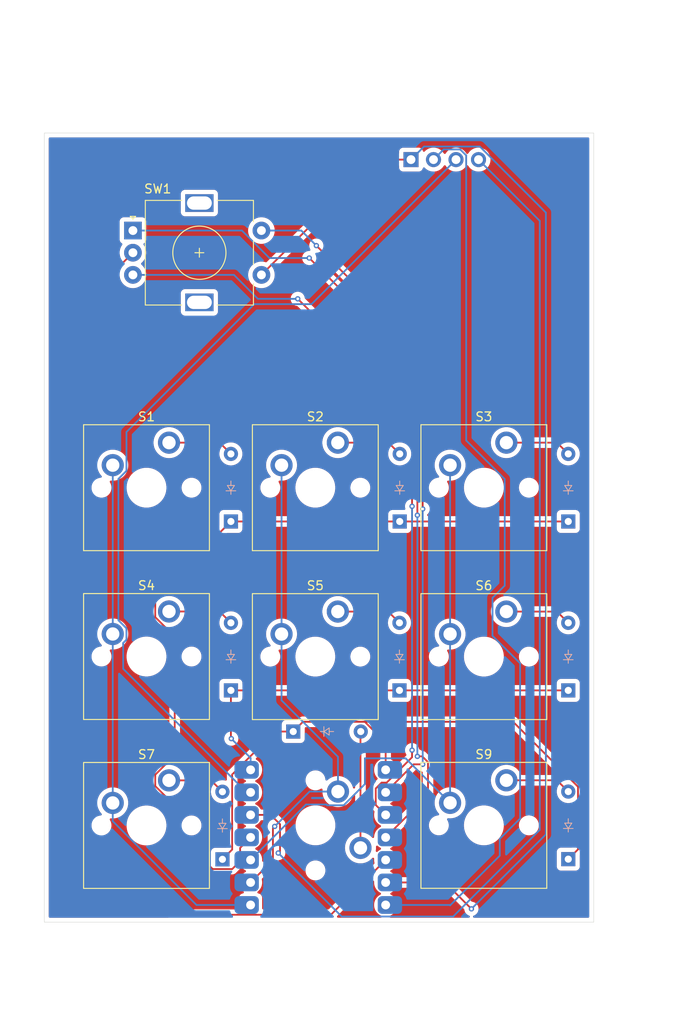
<source format=kicad_pcb>
(kicad_pcb (version 20241229) (generator "pcbnew") (generator_version "9.0")
  (layers (0 "F.Cu" signal) (2 "B.Cu" signal) (13 "F.Paste" user) (15 "B.Paste" user) (5 "F.SilkS" user "F.Silkscreen") (7 "B.SilkS" user "B.Silkscreen") (1 "F.Mask" user) (3 "B.Mask" user) (25 "Edge.Cuts" user))
  (net 0 "")
  (net 1 "ROW 0")
  (net 2 "Net-(D1-A)")
  (net 3 "Net-(D2-A)")
  (net 4 "Net-(D3-A)")
  (net 5 "Net-(D4-A)")
  (net 6 "ROW 1")
  (net 7 "Net-(D5-A)")
  (net 8 "Net-(D6-A)")
  (net 9 "Net-(D7-A)")
  (net 10 "ROW 2")
  (net 11 "Net-(D8-A)")
  (net 12 "Net-(D9-A)")
  (net 13 "COLUMN 0")
  (net 14 "COLUMN 1")
  (net 15 "COLUMN 2")
  (net 16 "SCL")
  (net 17 "GROUND")
  (net 18 "5V")
  (net 19 "SDA")
  (net 20 "RTRY B")
  (net 21 "RTRY SWITCH")
  (net 22 "RTRY A")
  (net 23 "3.3V")
  (footprint "ScottoKeebs_MX:MX_PCB_1.00u" (layer "F.Cu") (at 49.5325 150.09)
    (property "Reference" "S7" (at 0 -8 0) (layer "F.SilkS"))
    (property "Value" "Keyswitch")
    (fp_line (start -7.1 -7.1) (end -7.1 7.1) (stroke (width 0.12)) (layer "F.SilkS"))
    (fp_line (start -7.1 7.1) (end 7.1 7.1) (stroke (width 0.12)) (layer "F.SilkS"))
    (fp_line (start 7.1 -7.1) (end -7.1 -7.1) (stroke (width 0.12)) (layer "F.SilkS"))
    (fp_line (start 7.1 7.1) (end 7.1 -7.1) (stroke (width 0.12)) (layer "F.SilkS"))
    (pad "" np_thru_hole circle (at -5.08 0) (size 1.75 1.75) (drill 1.75) (layers "*.Cu" "*.Mask"))
    (pad "" np_thru_hole circle (at 0 0) (size 4 4) (drill 4) (layers "*.Cu" "*.Mask"))
    (pad "" np_thru_hole circle (at 5.08 0) (size 1.75 1.75) (drill 1.75) (layers "*.Cu" "*.Mask"))
    (pad "1" thru_hole circle (at -3.81 -2.54) (size 2.5 2.5) (drill 1.5) (layers "*.Cu" "*.Mask") (net 13 "COLUMN 0"))
    (pad "2" thru_hole circle (at 2.54 -5.08) (size 2.5 2.5) (drill 1.5) (layers "*.Cu" "*.Mask") (net 9 "Net-(D7-A)"))
  )
  (footprint "ScottoKeebs_MX:MX_PCB_1.00u" (layer "F.Cu") (at 87.6025 131.05)
    (property "Reference" "S6" (at 0 -8 0) (layer "F.SilkS"))
    (property "Value" "Keyswitch")
    (fp_line (start -7.1 -7.1) (end -7.1 7.1) (stroke (width 0.12)) (layer "F.SilkS"))
    (fp_line (start -7.1 7.1) (end 7.1 7.1) (stroke (width 0.12)) (layer "F.SilkS"))
    (fp_line (start 7.1 -7.1) (end -7.1 -7.1) (stroke (width 0.12)) (layer "F.SilkS"))
    (fp_line (start 7.1 7.1) (end 7.1 -7.1) (stroke (width 0.12)) (layer "F.SilkS"))
    (pad "" np_thru_hole circle (at -5.08 0) (size 1.75 1.75) (drill 1.75) (layers "*.Cu" "*.Mask"))
    (pad "" np_thru_hole circle (at 0 0) (size 4 4) (drill 4) (layers "*.Cu" "*.Mask"))
    (pad "" np_thru_hole circle (at 5.08 0) (size 1.75 1.75) (drill 1.75) (layers "*.Cu" "*.Mask"))
    (pad "1" thru_hole circle (at -3.81 -2.54) (size 2.5 2.5) (drill 1.5) (layers "*.Cu" "*.Mask") (net 15 "COLUMN 2"))
    (pad "2" thru_hole circle (at 2.54 -5.08) (size 2.5 2.5) (drill 1.5) (layers "*.Cu" "*.Mask") (net 8 "Net-(D6-A)"))
  )
  (footprint "Rotary_Encoder:RotaryEncoder_Alps_EC11E-Switch_Vertical_H20mm" (layer "F.Cu") (at 48 83)
    (property "Reference" "SW1" (at 2.8 -4.7 0) (layer "F.SilkS"))
    (property "Value" "RotaryEncoder_Switch")
    (fp_line (start -0.3 -1.6) (end 0.3 -1.6) (stroke (width 0.12)) (layer "F.SilkS"))
    (fp_line (start 0 -1.3) (end -0.3 -1.6) (stroke (width 0.12)) (layer "F.SilkS"))
    (fp_line (start 0.3 -1.6) (end 0 -1.3) (stroke (width 0.12)) (layer "F.SilkS"))
    (fp_line (start 1.4 -3.4) (end 1.4 8.4) (stroke (width 0.12)) (layer "F.SilkS"))
    (fp_line (start 5.5 -3.4) (end 1.4 -3.4) (stroke (width 0.12)) (layer "F.SilkS"))
    (fp_line (start 5.5 8.4) (end 1.4 8.4) (stroke (width 0.12)) (layer "F.SilkS"))
    (fp_line (start 7 2.5) (end 8 2.5) (stroke (width 0.12)) (layer "F.SilkS"))
    (fp_line (start 7.5 2) (end 7.5 3) (stroke (width 0.12)) (layer "F.SilkS"))
    (fp_line (start 9.5 -3.4) (end 13.6 -3.4) (stroke (width 0.12)) (layer "F.SilkS"))
    (fp_line (start 13.6 -3.4) (end 13.6 -1) (stroke (width 0.12)) (layer "F.SilkS"))
    (fp_line (start 13.6 1.2) (end 13.6 3.8) (stroke (width 0.12)) (layer "F.SilkS"))
    (fp_line (start 13.6 6) (end 13.6 8.4) (stroke (width 0.12)) (layer "F.SilkS"))
    (fp_line (start 13.6 8.4) (end 9.5 8.4) (stroke (width 0.12)) (layer "F.SilkS"))
    (fp_circle (center 7.5 2.5) (end 10.5 2.5) (stroke (width 0.12)) (fill no) (layer "F.SilkS"))
    (pad "A" thru_hole rect (at 0 0) (size 2 2) (drill 1) (layers "*.Cu" "*.Mask") (net 22 "RTRY A"))
    (pad "B" thru_hole circle (at 0 5) (size 2 2) (drill 1) (layers "*.Cu" "*.Mask") (net 20 "RTRY B"))
    (pad "C" thru_hole circle (at 0 2.5) (size 2 2) (drill 1) (layers "*.Cu" "*.Mask") (net 17 "GROUND"))
    (pad "MP" thru_hole rect (at 7.5 -3.1) (size 3.2 2) (drill oval 2.8 1.5) (layers "*.Cu" "*.Mask"))
    (pad "MP" thru_hole rect (at 7.5 8.1) (size 3.2 2) (drill oval 2.8 1.5) (layers "*.Cu" "*.Mask"))
    (pad "S1" thru_hole circle (at 14.5 5) (size 2 2) (drill 1) (layers "*.Cu" "*.Mask") (net 17 "GROUND"))
    (pad "S2" thru_hole circle (at 14.5 0) (size 2 2) (drill 1) (layers "*.Cu" "*.Mask") (net 21 "RTRY SWITCH"))
  )
  (footprint "ScottoKeebs_MX:MX_PCB_1.00u" (layer "F.Cu") (at 68.5825 112)
    (property "Reference" "S2" (at 0 -8 0) (layer "F.SilkS"))
    (property "Value" "Keyswitch")
    (fp_line (start -7.1 -7.1) (end -7.1 7.1) (stroke (width 0.12)) (layer "F.SilkS"))
    (fp_line (start -7.1 7.1) (end 7.1 7.1) (stroke (width 0.12)) (layer "F.SilkS"))
    (fp_line (start 7.1 -7.1) (end -7.1 -7.1) (stroke (width 0.12)) (layer "F.SilkS"))
    (fp_line (start 7.1 7.1) (end 7.1 -7.1) (stroke (width 0.12)) (layer "F.SilkS"))
    (pad "" np_thru_hole circle (at -5.08 0) (size 1.75 1.75) (drill 1.75) (layers "*.Cu" "*.Mask"))
    (pad "" np_thru_hole circle (at 0 0) (size 4 4) (drill 4) (layers "*.Cu" "*.Mask"))
    (pad "" np_thru_hole circle (at 5.08 0) (size 1.75 1.75) (drill 1.75) (layers "*.Cu" "*.Mask"))
    (pad "1" thru_hole circle (at -3.81 -2.54) (size 2.5 2.5) (drill 1.5) (layers "*.Cu" "*.Mask") (net 14 "COLUMN 1"))
    (pad "2" thru_hole circle (at 2.54 -5.08) (size 2.5 2.5) (drill 1.5) (layers "*.Cu" "*.Mask") (net 3 "Net-(D2-A)"))
  )
  (footprint "ScottoKeebs_MX:MX_PCB_1.00u" (layer "F.Cu") (at 68.6 150.08 -90)
    (property "Reference" "S8" (hide yes))
    (property "Value" "Keyswitch")
    (pad "" np_thru_hole circle (at -5.08 0 270) (size 1.75 1.75) (drill 1.75) (layers "*.Cu" "*.Mask"))
    (pad "" np_thru_hole circle (at 0 0 270) (size 4 4) (drill 4) (layers "*.Cu" "*.Mask"))
    (pad "" np_thru_hole circle (at 5.08 0 270) (size 1.75 1.75) (drill 1.75) (layers "*.Cu" "*.Mask"))
    (pad "1" thru_hole circle (at -3.81 -2.54 270) (size 2.5 2.5) (drill 1.5) (layers "*.Cu" "*.Mask") (net 14 "COLUMN 1"))
    (pad "2" thru_hole circle (at 2.54 -5.08 270) (size 2.5 2.5) (drill 1.5) (layers "*.Cu" "*.Mask") (net 11 "Net-(D8-A)"))
  )
  (footprint "ScottoKeebs_MX:MX_PCB_1.00u" (layer "F.Cu") (at 68.5825 131.05)
    (property "Reference" "S5" (at 0 -8 0) (layer "F.SilkS"))
    (property "Value" "Keyswitch")
    (fp_line (start -7.1 -7.1) (end -7.1 7.1) (stroke (width 0.12)) (layer "F.SilkS"))
    (fp_line (start -7.1 7.1) (end 7.1 7.1) (stroke (width 0.12)) (layer "F.SilkS"))
    (fp_line (start 7.1 -7.1) (end -7.1 -7.1) (stroke (width 0.12)) (layer "F.SilkS"))
    (fp_line (start 7.1 7.1) (end 7.1 -7.1) (stroke (width 0.12)) (layer "F.SilkS"))
    (pad "" np_thru_hole circle (at -5.08 0) (size 1.75 1.75) (drill 1.75) (layers "*.Cu" "*.Mask"))
    (pad "" np_thru_hole circle (at 0 0) (size 4 4) (drill 4) (layers "*.Cu" "*.Mask"))
    (pad "" np_thru_hole circle (at 5.08 0) (size 1.75 1.75) (drill 1.75) (layers "*.Cu" "*.Mask"))
    (pad "1" thru_hole circle (at -3.81 -2.54) (size 2.5 2.5) (drill 1.5) (layers "*.Cu" "*.Mask") (net 14 "COLUMN 1"))
    (pad "2" thru_hole circle (at 2.54 -5.08) (size 2.5 2.5) (drill 1.5) (layers "*.Cu" "*.Mask") (net 7 "Net-(D5-A)"))
  )
  (footprint "ScottoKeebs_MX:MX_PCB_1.00u" (layer "F.Cu") (at 87.6025 150.08)
    (property "Reference" "S9" (at 0 -8 0) (layer "F.SilkS"))
    (property "Value" "Keyswitch")
    (fp_line (start -7.1 -7.1) (end -7.1 7.1) (stroke (width 0.12)) (layer "F.SilkS"))
    (fp_line (start -7.1 7.1) (end 7.1 7.1) (stroke (width 0.12)) (layer "F.SilkS"))
    (fp_line (start 7.1 -7.1) (end -7.1 -7.1) (stroke (width 0.12)) (layer "F.SilkS"))
    (fp_line (start 7.1 7.1) (end 7.1 -7.1) (stroke (width 0.12)) (layer "F.SilkS"))
    (pad "" np_thru_hole circle (at -5.08 0) (size 1.75 1.75) (drill 1.75) (layers "*.Cu" "*.Mask"))
    (pad "" np_thru_hole circle (at 0 0) (size 4 4) (drill 4) (layers "*.Cu" "*.Mask"))
    (pad "" np_thru_hole circle (at 5.08 0) (size 1.75 1.75) (drill 1.75) (layers "*.Cu" "*.Mask"))
    (pad "1" thru_hole circle (at -3.81 -2.54) (size 2.5 2.5) (drill 1.5) (layers "*.Cu" "*.Mask") (net 15 "COLUMN 2"))
    (pad "2" thru_hole circle (at 2.54 -5.08) (size 2.5 2.5) (drill 1.5) (layers "*.Cu" "*.Mask") (net 12 "Net-(D9-A)"))
  )
  (footprint "ScottoKeebs_MX:MX_PCB_1.00u" (layer "F.Cu") (at 49.5325 112)
    (property "Reference" "S1" (at 0 -8 0) (layer "F.SilkS"))
    (property "Value" "Keyswitch")
    (fp_line (start -7.1 -7.1) (end -7.1 7.1) (stroke (width 0.12)) (layer "F.SilkS"))
    (fp_line (start -7.1 7.1) (end 7.1 7.1) (stroke (width 0.12)) (layer "F.SilkS"))
    (fp_line (start 7.1 -7.1) (end -7.1 -7.1) (stroke (width 0.12)) (layer "F.SilkS"))
    (fp_line (start 7.1 7.1) (end 7.1 -7.1) (stroke (width 0.12)) (layer "F.SilkS"))
    (pad "" np_thru_hole circle (at -5.08 0) (size 1.75 1.75) (drill 1.75) (layers "*.Cu" "*.Mask"))
    (pad "" np_thru_hole circle (at 0 0) (size 4 4) (drill 4) (layers "*.Cu" "*.Mask"))
    (pad "" np_thru_hole circle (at 5.08 0) (size 1.75 1.75) (drill 1.75) (layers "*.Cu" "*.Mask"))
    (pad "1" thru_hole circle (at -3.81 -2.54) (size 2.5 2.5) (drill 1.5) (layers "*.Cu" "*.Mask") (net 13 "COLUMN 0"))
    (pad "2" thru_hole circle (at 2.54 -5.08) (size 2.5 2.5) (drill 1.5) (layers "*.Cu" "*.Mask") (net 2 "Net-(D1-A)"))
  )
  (footprint "ScottoKeebs_MX:MX_PCB_1.00u" (layer "F.Cu") (at 87.6025 112)
    (property "Reference" "S3" (at 0 -8 0) (layer "F.SilkS"))
    (property "Value" "Keyswitch")
    (fp_line (start -7.1 -7.1) (end -7.1 7.1) (stroke (width 0.12)) (layer "F.SilkS"))
    (fp_line (start -7.1 7.1) (end 7.1 7.1) (stroke (width 0.12)) (layer "F.SilkS"))
    (fp_line (start 7.1 -7.1) (end -7.1 -7.1) (stroke (width 0.12)) (layer "F.SilkS"))
    (fp_line (start 7.1 7.1) (end 7.1 -7.1) (stroke (width 0.12)) (layer "F.SilkS"))
    (pad "" np_thru_hole circle (at -5.08 0) (size 1.75 1.75) (drill 1.75) (layers "*.Cu" "*.Mask"))
    (pad "" np_thru_hole circle (at 0 0) (size 4 4) (drill 4) (layers "*.Cu" "*.Mask"))
    (pad "" np_thru_hole circle (at 5.08 0) (size 1.75 1.75) (drill 1.75) (layers "*.Cu" "*.Mask"))
    (pad "1" thru_hole circle (at -3.81 -2.54) (size 2.5 2.5) (drill 1.5) (layers "*.Cu" "*.Mask") (net 15 "COLUMN 2"))
    (pad "2" thru_hole circle (at 2.54 -5.08) (size 2.5 2.5) (drill 1.5) (layers "*.Cu" "*.Mask") (net 4 "Net-(D3-A)"))
  )
  (footprint "ScottoKeebs_Components:OLED_128x64" (layer "F.Cu") (at 83.19 75)
    (property "Reference" "J1" (hide yes))
    (property "Value" "OLED_128x64")
    (pad "1" thru_hole rect (at -3.81 0 90) (size 1.7 1.7) (drill 1) (layers "*.Cu" "*.Mask") (net 17 "GROUND"))
    (pad "2" thru_hole oval (at -1.27 0 90) (size 1.7 1.7) (drill 1) (layers "*.Cu" "*.Mask") (net 18 "5V"))
    (pad "3" thru_hole oval (at 1.27 0 90) (size 1.7 1.7) (drill 1) (layers "*.Cu" "*.Mask") (net 16 "SCL"))
    (pad "4" thru_hole oval (at 3.81 0 90) (size 1.7 1.7) (drill 1) (layers "*.Cu" "*.Mask") (net 19 "SDA"))
  )
  (footprint "ScottoKeebs_MX:MX_PCB_1.00u" (layer "F.Cu") (at 49.5325 131.04)
    (property "Reference" "S4" (at 0 -8 0) (layer "F.SilkS"))
    (property "Value" "Keyswitch")
    (fp_line (start -7.1 -7.1) (end -7.1 7.1) (stroke (width 0.12)) (layer "F.SilkS"))
    (fp_line (start -7.1 7.1) (end 7.1 7.1) (stroke (width 0.12)) (layer "F.SilkS"))
    (fp_line (start 7.1 -7.1) (end -7.1 -7.1) (stroke (width 0.12)) (layer "F.SilkS"))
    (fp_line (start 7.1 7.1) (end 7.1 -7.1) (stroke (width 0.12)) (layer "F.SilkS"))
    (pad "" np_thru_hole circle (at -5.08 0) (size 1.75 1.75) (drill 1.75) (layers "*.Cu" "*.Mask"))
    (pad "" np_thru_hole circle (at 0 0) (size 4 4) (drill 4) (layers "*.Cu" "*.Mask"))
    (pad "" np_thru_hole circle (at 5.08 0) (size 1.75 1.75) (drill 1.75) (layers "*.Cu" "*.Mask"))
    (pad "1" thru_hole circle (at -3.81 -2.54) (size 2.5 2.5) (drill 1.5) (layers "*.Cu" "*.Mask") (net 13 "COLUMN 0"))
    (pad "2" thru_hole circle (at 2.54 -5.08) (size 2.5 2.5) (drill 1.5) (layers "*.Cu" "*.Mask") (net 5 "Net-(D4-A)"))
  )
  (footprint "ScottoKeebs_Components:Diode_DO-35" (layer "B.Cu") (at 97.1275 115.81 90)
    (property "Reference" "D3" (hide yes))
    (property "Value" "Diode" (hide yes))
    (fp_line (start 3.46 -0.55) (end 3.46 0.55) (stroke (width 0.1)) (layer "B.SilkS"))
    (fp_line (start 4.06 -0.4) (end 4.06 0.4) (stroke (width 0.1)) (layer "B.SilkS"))
    (fp_line (start 4.56 0) (end 4.06 0) (stroke (width 0.1)) (layer "B.SilkS"))
    (fp_line (start 3.46 0) (end 4.06 -0.4) (stroke (width 0.1)) (layer "B.SilkS"))
    (fp_line (start 3.46 0) (end 3.06 0) (stroke (width 0.1)) (layer "B.SilkS"))
    (fp_line (start 4.06 0.4) (end 3.46 0) (stroke (width 0.1)) (layer "B.SilkS"))
    (pad "1" thru_hole rect (at 0 0 90) (size 1.6 1.6) (drill 0.8) (layers "*.Cu" "*.Mask") (net 1 "ROW 0"))
    (pad "2" thru_hole oval (at 7.62 0 90) (size 1.6 1.6) (drill 0.8) (layers "*.Cu" "*.Mask") (net 4 "Net-(D3-A)"))
  )
  (footprint "ScottoKeebs_Components:Diode_DO-35" (layer "B.Cu") (at 66.09 139.5)
    (property "Reference" "D8" (hide yes))
    (property "Value" "Diode" (hide yes))
    (fp_line (start 3.46 -0.55) (end 3.46 0.55) (stroke (width 0.1)) (layer "B.SilkS"))
    (fp_line (start 3.46 0) (end 3.06 0) (stroke (width 0.1)) (layer "B.SilkS"))
    (fp_line (start 3.46 0) (end 4.06 -0.4) (stroke (width 0.1)) (layer "B.SilkS"))
    (fp_line (start 4.06 -0.4) (end 4.06 0.4) (stroke (width 0.1)) (layer "B.SilkS"))
    (fp_line (start 4.06 0.4) (end 3.46 0) (stroke (width 0.1)) (layer "B.SilkS"))
    (fp_line (start 4.56 0) (end 4.06 0) (stroke (width 0.1)) (layer "B.SilkS"))
    (pad "1" thru_hole rect (at 0 0) (size 1.6 1.6) (drill 0.8) (layers "*.Cu" "*.Mask") (net 10 "ROW 2"))
    (pad "2" thru_hole oval (at 7.62 0) (size 1.6 1.6) (drill 0.8) (layers "*.Cu" "*.Mask") (net 11 "Net-(D8-A)"))
  )
  (footprint "ScottoKeebs_Components:Diode_DO-35" (layer "B.Cu") (at 97.1275 153.89 90)
    (property "Reference" "D9" (hide yes))
    (property "Value" "Diode" (hide yes))
    (fp_line (start 3.46 -0.55) (end 3.46 0.55) (stroke (width 0.1)) (layer "B.SilkS"))
    (fp_line (start 4.06 -0.4) (end 4.06 0.4) (stroke (width 0.1)) (layer "B.SilkS"))
    (fp_line (start 4.56 0) (end 4.06 0) (stroke (width 0.1)) (layer "B.SilkS"))
    (fp_line (start 3.46 0) (end 4.06 -0.4) (stroke (width 0.1)) (layer "B.SilkS"))
    (fp_line (start 3.46 0) (end 3.06 0) (stroke (width 0.1)) (layer "B.SilkS"))
    (fp_line (start 4.06 0.4) (end 3.46 0) (stroke (width 0.1)) (layer "B.SilkS"))
    (pad "1" thru_hole rect (at 0 0 90) (size 1.6 1.6) (drill 0.8) (layers "*.Cu" "*.Mask") (net 10 "ROW 2"))
    (pad "2" thru_hole oval (at 7.62 0 90) (size 1.6 1.6) (drill 0.8) (layers "*.Cu" "*.Mask") (net 12 "Net-(D9-A)"))
  )
  (footprint "ScottoKeebs_Components:Diode_DO-35" (layer "B.Cu") (at 58.1 153.91 90)
    (property "Reference" "D7" (hide yes))
    (property "Value" "Diode" (hide yes))
    (fp_line (start 3.46 -0.55) (end 3.46 0.55) (stroke (width 0.1)) (layer "B.SilkS"))
    (fp_line (start 4.06 -0.4) (end 4.06 0.4) (stroke (width 0.1)) (layer "B.SilkS"))
    (fp_line (start 4.56 0) (end 4.06 0) (stroke (width 0.1)) (layer "B.SilkS"))
    (fp_line (start 3.46 0) (end 4.06 -0.4) (stroke (width 0.1)) (layer "B.SilkS"))
    (fp_line (start 3.46 0) (end 3.06 0) (stroke (width 0.1)) (layer "B.SilkS"))
    (fp_line (start 4.06 0.4) (end 3.46 0) (stroke (width 0.1)) (layer "B.SilkS"))
    (pad "1" thru_hole rect (at 0 0 90) (size 1.6 1.6) (drill 0.8) (layers "*.Cu" "*.Mask") (net 10 "ROW 2"))
    (pad "2" thru_hole oval (at 7.62 0 90) (size 1.6 1.6) (drill 0.8) (layers "*.Cu" "*.Mask") (net 9 "Net-(D7-A)"))
  )
  (footprint "ScottoKeebs_Components:Diode_DO-35" (layer "B.Cu") (at 59.0575 115.81 90)
    (property "Reference" "D1" (hide yes))
    (property "Value" "Diode" (hide yes))
    (fp_line (start 3.46 -0.55) (end 3.46 0.55) (stroke (width 0.1)) (layer "B.SilkS"))
    (fp_line (start 4.06 -0.4) (end 4.06 0.4) (stroke (width 0.1)) (layer "B.SilkS"))
    (fp_line (start 4.56 0) (end 4.06 0) (stroke (width 0.1)) (layer "B.SilkS"))
    (fp_line (start 3.46 0) (end 4.06 -0.4) (stroke (width 0.1)) (layer "B.SilkS"))
    (fp_line (start 3.46 0) (end 3.06 0) (stroke (width 0.1)) (layer "B.SilkS"))
    (fp_line (start 4.06 0.4) (end 3.46 0) (stroke (width 0.1)) (layer "B.SilkS"))
    (pad "1" thru_hole rect (at 0 0 90) (size 1.6 1.6) (drill 0.8) (layers "*.Cu" "*.Mask") (net 1 "ROW 0"))
    (pad "2" thru_hole oval (at 7.62 0 90) (size 1.6 1.6) (drill 0.8) (layers "*.Cu" "*.Mask") (net 2 "Net-(D1-A)"))
  )
  (footprint "ScottoKeebs_MCU:Seeed_XIAO_RP2040" (layer "B.Cu") (at 68.9 151.44)
    (property "Reference" "U1" (hide yes))
    (property "Value" "MCU_Seeed_XIAO_RP2040")
    (pad "1" smd roundrect (at -8.065 7.62) (size 2.75 2) (layers "B.Cu" "B.Mask" "B.Paste") (net 13 "COLUMN 0"))
    (pad "1" thru_hole rect (at -7.62 7.62 270) (size 1.6 1.6) (drill 1) (layers "*.Cu" "*.Mask") (net 13 "COLUMN 0"))
    (pad "2" smd roundrect (at -8.065 5.08) (size 2.75 2) (layers "B.Cu" "B.Mask" "B.Paste") (net 14 "COLUMN 1"))
    (pad "2" thru_hole circle (at -7.62 5.08 270) (size 1.6 1.6) (drill 1) (layers "*.Cu" "*.Mask") (net 14 "COLUMN 1"))
    (pad "3" smd roundrect (at -8.065 2.54) (size 2.75 2) (layers "B.Cu" "B.Mask" "B.Paste") (net 15 "COLUMN 2"))
    (pad "3" thru_hole circle (at -7.62 2.54 270) (size 1.6 1.6) (drill 1) (layers "*.Cu" "*.Mask") (net 15 "COLUMN 2"))
    (pad "4" smd roundrect (at -8.065 0) (size 2.75 2) (layers "B.Cu" "B.Mask" "B.Paste") (net 1 "ROW 0"))
    (pad "4" thru_hole circle (at -7.62 0 270) (size 1.6 1.6) (drill 1) (layers "*.Cu" "*.Mask") (net 1 "ROW 0"))
    (pad "5" smd roundrect (at -8.065 -2.54) (size 2.75 2) (layers "B.Cu" "B.Mask" "B.Paste") (net 19 "SDA"))
    (pad "5" thru_hole circle (at -7.62 -2.54 270) (size 1.6 1.6) (drill 1) (layers "*.Cu" "*.Mask") (net 19 "SDA"))
    (pad "6" smd roundrect (at -8.065 -5.08) (size 2.75 2) (layers "B.Cu" "B.Mask" "B.Paste") (net 16 "SCL"))
    (pad "6" thru_hole circle (at -7.62 -5.08 270) (size 1.6 1.6) (drill 1) (layers "*.Cu" "*.Mask") (net 16 "SCL"))
    (pad "7" smd roundrect (at -8.065 -7.62) (size 2.75 2) (layers "B.Cu" "B.Mask" "B.Paste") (net 6 "ROW 1"))
    (pad "7" thru_hole circle (at -7.62 -7.62 270) (size 1.6 1.6) (drill 1) (layers "*.Cu" "*.Mask") (net 6 "ROW 1"))
    (pad "8" thru_hole circle (at 7.62 -7.62 270) (size 1.6 1.6) (drill 1) (layers "*.Cu" "*.Mask") (net 10 "ROW 2"))
    (pad "8" smd roundrect (at 8.1 -7.62) (size 2.75 2) (layers "B.Cu" "B.Mask" "B.Paste") (net 10 "ROW 2"))
    (pad "9" thru_hole circle (at 7.62 -5.08 270) (size 1.6 1.6) (drill 1) (layers "*.Cu" "*.Mask") (net 21 "RTRY SWITCH"))
    (pad "9" smd roundrect (at 8.1 -5.08) (size 2.75 2) (layers "B.Cu" "B.Mask" "B.Paste") (net 21 "RTRY SWITCH"))
    (pad "10" thru_hole circle (at 7.62 -2.54 270) (size 1.6 1.6) (drill 1) (layers "*.Cu" "*.Mask") (net 20 "RTRY B"))
    (pad "10" smd roundrect (at 8.1 -2.54) (size 2.75 2) (layers "B.Cu" "B.Mask" "B.Paste") (net 20 "RTRY B"))
    (pad "11" thru_hole circle (at 7.62 0 270) (size 1.6 1.6) (drill 1) (layers "*.Cu" "*.Mask") (net 22 "RTRY A"))
    (pad "11" smd roundrect (at 8.1 0) (size 2.75 2) (layers "B.Cu" "B.Mask" "B.Paste") (net 22 "RTRY A"))
    (pad "12" thru_hole circle (at 7.62 2.54 270) (size 1.6 1.6) (drill 1) (layers "*.Cu" "*.Mask") (net 23 "3.3V"))
    (pad "12" smd roundrect (at 8.1 2.54) (size 2.75 2) (layers "B.Cu" "B.Mask" "B.Paste") (net 23 "3.3V"))
    (pad "13" thru_hole circle (at 7.62 5.08 270) (size 1.6 1.6) (drill 1) (layers "*.Cu" "*.Mask") (net 17 "GROUND"))
    (pad "13" smd roundrect (at 8.1 5.08) (size 2.75 2) (layers "B.Cu" "B.Mask" "B.Paste") (net 17 "GROUND"))
    (pad "14" thru_hole circle (at 7.62 7.62 270) (size 1.6 1.6) (drill 1) (layers "*.Cu" "*.Mask") (net 18 "5V"))
    (pad "14" smd roundrect (at 8.1 7.62) (size 2.75 2) (layers "B.Cu" "B.Mask" "B.Paste") (net 18 "5V"))
  )
  (footprint "ScottoKeebs_Components:Diode_DO-35" (layer "B.Cu") (at 97.1275 134.86 90)
    (property "Reference" "D6" (hide yes))
    (property "Value" "Diode" (hide yes))
    (fp_line (start 3.46 -0.55) (end 3.46 0.55) (stroke (width 0.1)) (layer "B.SilkS"))
    (fp_line (start 4.06 -0.4) (end 4.06 0.4) (stroke (width 0.1)) (layer "B.SilkS"))
    (fp_line (start 4.56 0) (end 4.06 0) (stroke (width 0.1)) (layer "B.SilkS"))
    (fp_line (start 3.46 0) (end 4.06 -0.4) (stroke (width 0.1)) (layer "B.SilkS"))
    (fp_line (start 3.46 0) (end 3.06 0) (stroke (width 0.1)) (layer "B.SilkS"))
    (fp_line (start 4.06 0.4) (end 3.46 0) (stroke (width 0.1)) (layer "B.SilkS"))
    (pad "1" thru_hole rect (at 0 0 90) (size 1.6 1.6) (drill 0.8) (layers "*.Cu" "*.Mask") (net 6 "ROW 1"))
    (pad "2" thru_hole oval (at 7.62 0 90) (size 1.6 1.6) (drill 0.8) (layers "*.Cu" "*.Mask") (net 8 "Net-(D6-A)"))
  )
  (footprint "ScottoKeebs_Components:Diode_DO-35" (layer "B.Cu") (at 59.0575 134.86 90)
    (property "Reference" "D4" (hide yes))
    (property "Value" "Diode" (hide yes))
    (fp_line (start 3.46 -0.55) (end 3.46 0.55) (stroke (width 0.1)) (layer "B.SilkS"))
    (fp_line (start 4.06 -0.4) (end 4.06 0.4) (stroke (width 0.1)) (layer "B.SilkS"))
    (fp_line (start 4.56 0) (end 4.06 0) (stroke (width 0.1)) (layer "B.SilkS"))
    (fp_line (start 3.46 0) (end 4.06 -0.4) (stroke (width 0.1)) (layer "B.SilkS"))
    (fp_line (start 3.46 0) (end 3.06 0) (stroke (width 0.1)) (layer "B.SilkS"))
    (fp_line (start 4.06 0.4) (end 3.46 0) (stroke (width 0.1)) (layer "B.SilkS"))
    (pad "1" thru_hole rect (at 0 0 90) (size 1.6 1.6) (drill 0.8) (layers "*.Cu" "*.Mask") (net 6 "ROW 1"))
    (pad "2" thru_hole oval (at 7.62 0 90) (size 1.6 1.6) (drill 0.8) (layers "*.Cu" "*.Mask") (net 5 "Net-(D4-A)"))
  )
  (footprint "ScottoKeebs_Components:Diode_DO-35" (layer "B.Cu") (at 78.0775 134.86 90)
    (property "Reference" "D5" (hide yes))
    (property "Value" "Diode" (hide yes))
    (fp_line (start 3.46 -0.55) (end 3.46 0.55) (stroke (width 0.1)) (layer "B.SilkS"))
    (fp_line (start 4.06 -0.4) (end 4.06 0.4) (stroke (width 0.1)) (layer "B.SilkS"))
    (fp_line (start 4.56 0) (end 4.06 0) (stroke (width 0.1)) (layer "B.SilkS"))
    (fp_line (start 3.46 0) (end 4.06 -0.4) (stroke (width 0.1)) (layer "B.SilkS"))
    (fp_line (start 3.46 0) (end 3.06 0) (stroke (width 0.1)) (layer "B.SilkS"))
    (fp_line (start 4.06 0.4) (end 3.46 0) (stroke (width 0.1)) (layer "B.SilkS"))
    (pad "1" thru_hole rect (at 0 0 90) (size 1.6 1.6) (drill 0.8) (layers "*.Cu" "*.Mask") (net 6 "ROW 1"))
    (pad "2" thru_hole oval (at 7.62 0 90) (size 1.6 1.6) (drill 0.8) (layers "*.Cu" "*.Mask") (net 7 "Net-(D5-A)"))
  )
  (footprint "ScottoKeebs_Components:Diode_DO-35" (layer "B.Cu") (at 78.1075 115.81 90)
    (property "Reference" "D2" (hide yes))
    (property "Value" "Diode" (hide yes))
    (fp_line (start 3.46 -0.55) (end 3.46 0.55) (stroke (width 0.1)) (layer "B.SilkS"))
    (fp_line (start 4.06 -0.4) (end 4.06 0.4) (stroke (width 0.1)) (layer "B.SilkS"))
    (fp_line (start 4.56 0) (end 4.06 0) (stroke (width 0.1)) (layer "B.SilkS"))
    (fp_line (start 3.46 0) (end 4.06 -0.4) (stroke (width 0.1)) (layer "B.SilkS"))
    (fp_line (start 3.46 0) (end 3.06 0) (stroke (width 0.1)) (layer "B.SilkS"))
    (fp_line (start 4.06 0.4) (end 3.46 0) (stroke (width 0.1)) (layer "B.SilkS"))
    (pad "1" thru_hole rect (at 0 0 90) (size 1.6 1.6) (drill 0.8) (layers "*.Cu" "*.Mask") (net 1 "ROW 0"))
    (pad "2" thru_hole oval (at 7.62 0 90) (size 1.6 1.6) (drill 0.8) (layers "*.Cu" "*.Mask") (net 3 "Net-(D2-A)"))
  )
  (gr_rect (start 38 72) (end 100 161) (stroke (width 0.05)) (fill no) (layer "Edge.Cuts"))
  (segment (start 52.714532 150.724532) (end 57 155.01) (width 0.2) (layer "F.Cu") (net 1))
  (segment (start 50.5225 144.367968) (end 50.5225 145.652032) (width 0.2) (layer "F.Cu") (net 1))
  (segment (start 52.714532 128.794064) (end 52.714532 142.175936) (width 0.2) (layer "F.Cu") (net 1))
  (segment (start 52.714532 142.175936) (end 50.5225 144.367968) (width 0.2) (layer "F.Cu") (net 1))
  (segment (start 50.5225 145.652032) (end 52.714532 147.844064) (width 0.2) (layer "F.Cu") (net 1))
  (segment (start 52.714532 147.844064) (end 52.714532 150.724532) (width 0.2) (layer "F.Cu") (net 1))
  (segment (start 50.5225 124.345) (end 50.5225 126.602032) (width 0.2) (layer "F.Cu") (net 1))
  (segment (start 60.1 152.62) (end 61.28 151.44) (width 0.2) (layer "F.Cu") (net 1))
  (segment (start 57 155.01) (end 59.2 155.01) (width 0.2) (layer "F.Cu") (net 1))
  (segment (start 59.2 155.01) (end 60.1 154.11) (width 0.2) (layer "F.Cu") (net 1))
  (segment (start 59.0575 115.81) (end 97.1275 115.81) (width 0.2) (layer "F.Cu") (net 1))
  (segment (start 59.0575 115.81) (end 50.5225 124.345) (width 0.2) (layer "F.Cu") (net 1))
  (segment (start 60.1 154.11) (end 60.1 152.62) (width 0.2) (layer "F.Cu") (net 1))
  (segment (start 50.5225 126.602032) (end 52.714532 128.794064) (width 0.2) (layer "F.Cu") (net 1))
  (segment (start 57.7875 106.92) (end 59.0575 108.19) (width 0.2) (layer "F.Cu") (net 2))
  (segment (start 52.0725 106.92) (end 57.7875 106.92) (width 0.2) (layer "F.Cu") (net 2))
  (segment (start 76.8375 106.92) (end 78.1075 108.19) (width 0.2) (layer "F.Cu") (net 3))
  (segment (start 71.1225 106.92) (end 76.8375 106.92) (width 0.2) (layer "F.Cu") (net 3))
  (segment (start 90.1425 106.92) (end 95.8575 106.92) (width 0.2) (layer "F.Cu") (net 4))
  (segment (start 95.8575 106.92) (end 97.1275 108.19) (width 0.2) (layer "F.Cu") (net 4))
  (segment (start 52.0725 125.96) (end 57.7775 125.96) (width 0.2) (layer "F.Cu") (net 5))
  (segment (start 57.7775 125.96) (end 59.0575 127.24) (width 0.2) (layer "F.Cu") (net 5))
  (segment (start 59.0575 140.2575) (end 59.1 140.3) (width 0.2) (layer "F.Cu") (net 6))
  (segment (start 59.0575 134.86) (end 97.1275 134.86) (width 0.2) (layer "F.Cu") (net 6))
  (segment (start 59.0575 134.86) (end 59.0575 140.2575) (width 0.2) (layer "F.Cu") (net 6))
  (segment (start 97.1275 134.86) (end 97.3225 134.86) (width 0.2) (layer "F.Cu") (net 6))
  (via (at 59.1 140.3) (size 0.6) (drill 0.3) (layers "F.Cu" "B.Cu") (net 6))
  (segment (start 59.1 140.3) (end 61.28 142.48) (width 0.2) (layer "B.Cu") (net 6))
  (segment (start 61.28 142.48) (end 61.28 143.82) (width 0.2) (layer "B.Cu") (net 6))
  (segment (start 71.1225 125.97) (end 76.8075 125.97) (width 0.2) (layer "F.Cu") (net 7))
  (segment (start 76.8075 125.97) (end 78.0775 127.24) (width 0.2) (layer "F.Cu") (net 7))
  (segment (start 95.8575 125.97) (end 97.1275 127.24) (width 0.2) (layer "F.Cu") (net 8))
  (segment (start 90.1425 125.97) (end 95.8575 125.97) (width 0.2) (layer "F.Cu") (net 8))
  (segment (start 52.0725 145.01) (end 56.82 145.01) (width 0.2) (layer "F.Cu") (net 9))
  (segment (start 56.82 145.01) (end 58.1 146.29) (width 0.2) (layer "F.Cu") (net 9))
  (segment (start 76.52 140.754365) (end 74.165635 138.4) (width 0.2) (layer "F.Cu") (net 10))
  (segment (start 64.044365 139.5) (end 59.2 144.344365) (width 0.2) (layer "F.Cu") (net 10))
  (segment (start 98.2275 152.79) (end 98.2275 145.7275) (width 0.2) (layer "F.Cu") (net 10))
  (segment (start 98.2275 145.7275) (end 90.9 138.4) (width 0.2) (layer "F.Cu") (net 10))
  (segment (start 90.9 138.4) (end 67.19 138.4) (width 0.2) (layer "F.Cu") (net 10))
  (segment (start 74.165635 138.4) (end 67.19 138.4) (width 0.2) (layer "F.Cu") (net 10))
  (segment (start 66.09 139.5) (end 64.044365 139.5) (width 0.2) (layer "F.Cu") (net 10))
  (segment (start 97.1275 153.89) (end 98.2275 152.79) (width 0.2) (layer "F.Cu") (net 10))
  (segment (start 59.2 144.344365) (end 59.2 152.81) (width 0.2) (layer "F.Cu") (net 10))
  (segment (start 76.52 143.82) (end 76.52 140.754365) (width 0.2) (layer "F.Cu") (net 10))
  (segment (start 97.1275 153.89) (end 97.2925 153.89) (width 0.2) (layer "F.Cu") (net 10))
  (segment (start 97.1175 153.9) (end 97.1275 153.89) (width 0.2) (layer "F.Cu") (net 10))
  (segment (start 59.2 152.81) (end 58.1 153.91) (width 0.2) (layer "F.Cu") (net 10))
  (segment (start 67.19 138.4) (end 66.09 139.5) (width 0.2) (layer "F.Cu") (net 10))
  (segment (start 73.68 139.53) (end 73.71 139.5) (width 0.2) (layer "F.Cu") (net 11))
  (segment (start 73.68 152.62) (end 73.68 139.53) (width 0.2) (layer "F.Cu") (net 11))
  (segment (start 95.8575 145) (end 97.1275 146.27) (width 0.2) (layer "F.Cu") (net 12))
  (segment (start 90.1425 145) (end 95.8575 145) (width 0.2) (layer "F.Cu") (net 12))
  (segment (start 45.7225 147.55) (end 45.7225 149.609059) (width 0.2) (layer "B.Cu") (net 13))
  (segment (start 55.173441 159.06) (end 60.835 159.06) (width 0.2) (layer "B.Cu") (net 13))
  (segment (start 45.7225 109.46) (end 45.7225 147.55) (width 0.2) (layer "B.Cu") (net 13))
  (segment (start 45.7225 149.609059) (end 55.173441 159.06) (width 0.2) (layer "B.Cu") (net 13))
  (segment (start 63.8 154) (end 61.28 156.52) (width 0.2) (layer "F.Cu") (net 14))
  (segment (start 63.8 150.4) (end 63.8 154) (width 0.2) (layer "F.Cu") (net 14))
  (segment (start 64 150.2) (end 63.8 150.4) (width 0.2) (layer "F.Cu") (net 14))
  (via (at 64 150.2) (size 0.6) (drill 0.3) (layers "F.Cu" "B.Cu") (net 14))
  (segment (start 64.7725 109.46) (end 64.7725 128.51) (width 0.2) (layer "B.Cu") (net 14))
  (segment (start 64.7725 135.9825) (end 71.14 142.35) (width 0.2) (layer "B.Cu") (net 14))
  (segment (start 71.14 146.27) (end 67.93 146.27) (width 0.2) (layer "B.Cu") (net 14))
  (segment (start 64.7725 128.51) (end 64.7725 135.9825) (width 0.2) (layer "B.Cu") (net 14))
  (segment (start 67.93 146.27) (end 64 150.2) (width 0.2) (layer "B.Cu") (net 14))
  (segment (start 71.14 142.35) (end 71.14 146.27) (width 0.2) (layer "B.Cu") (net 14))
  (segment (start 67.534 147.726) (end 61.28 153.98) (width 0.2) (layer "B.Cu") (net 15))
  (segment (start 74.18 145.422032) (end 71.782032 147.82) (width 0.2) (layer "B.Cu") (net 15))
  (segment (start 69.92 147.82) (end 69.826 147.726) (width 0.2) (layer "B.Cu") (net 15))
  (segment (start 74.18 142.52) (end 74.18 145.422032) (width 0.2) (layer "B.Cu") (net 15))
  (segment (start 83.7925 109.46) (end 83.7925 147.54) (width 0.2) (layer "B.Cu") (net 15))
  (segment (start 69.826 147.726) (end 67.534 147.726) (width 0.2) (layer "B.Cu") (net 15))
  (segment (start 83.7925 147.54) (end 78.7725 142.52) (width 0.2) (layer "B.Cu") (net 15))
  (segment (start 78.7725 142.52) (end 74.18 142.52) (width 0.2) (layer "B.Cu") (net 15))
  (segment (start 71.782032 147.82) (end 69.92 147.82) (width 0.2) (layer "B.Cu") (net 15))
  (segment (start 47.2725 110.102032) (end 46.364532 111.01) (width 0.2) (layer "B.Cu") (net 16))
  (segment (start 68.16 91.3) (end 61.690468 91.3) (width 0.2) (layer "B.Cu") (net 16))
  (segment (start 46.9 132.425) (end 60.835 146.36) (width 0.2) (layer "B.Cu") (net 16))
  (segment (start 46.364532 126.95) (end 47.2725 127.857968) (width 0.2) (layer "B.Cu") (net 16))
  (segment (start 84.46 75) (end 68.16 91.3) (width 0.2) (layer "B.Cu") (net 16))
  (segment (start 61.690468 91.3) (end 47.2725 105.717968) (width 0.2) (layer "B.Cu") (net 16))
  (segment (start 47.2725 105.717968) (end 47.2725 110.102032) (width 0.2) (layer "B.Cu") (net 16))
  (segment (start 47.2725 129.142032) (end 46.9 129.514532) (width 0.2) (layer "B.Cu") (net 16))
  (segment (start 46.9 129.514532) (end 46.9 132.425) (width 0.2) (layer "B.Cu") (net 16))
  (segment (start 47.2725 127.857968) (end 47.2725 129.142032) (width 0.2) (layer "B.Cu") (net 16))
  (segment (start 46.364532 111.01) (end 46.364532 126.95) (width 0.2) (layer "B.Cu") (net 16))
  (segment (start 62.5 88) (end 75.5 75) (width 0.2) (layer "F.Cu") (net 17))
  (segment (start 75.5 75) (end 79.38 75) (width 0.2) (layer "F.Cu") (net 17))
  (segment (start 86.2 159.5) (end 83.22 156.52) (width 0.2) (layer "F.Cu") (net 17))
  (segment (start 83.22 156.52) (end 76.52 156.52) (width 0.2) (layer "F.Cu") (net 17))
  (via (at 86.2 159.5) (size 0.6) (drill 0.3) (layers "F.Cu" "B.Cu") (net 17))
  (segment (start 79.38 75) (end 80.857 73.523) (width 0.2) (layer "B.Cu") (net 17))
  (segment (start 87.149346 73.523) (end 94.6 80.973654) (width 0.2) (layer "B.Cu") (net 17))
  (segment (start 94.6 80.973654) (end 94.6 151.1) (width 0.2) (layer "B.Cu") (net 17))
  (segment (start 80.857 73.523) (end 87.149346 73.523) (width 0.2) (layer "B.Cu") (net 17))
  (segment (start 79.38 75) (end 79.38 75.62) (width 0.2) (layer "B.Cu") (net 17))
  (segment (start 94.6 151.1) (end 86.2 159.5) (width 0.2) (layer "B.Cu") (net 17))
  (segment (start 83.07 73.85) (end 84.936346 73.85) (width 0.2) (layer "B.Cu") (net 18))
  (segment (start 89.9565 111.024941) (end 89.9565 123.0435) (width 0.2) (layer "B.Cu") (net 18))
  (segment (start 89.9565 123.0435) (end 88.577559 124.422441) (width 0.2) (layer "B.Cu") (net 18))
  (segment (start 91.6925 131.810941) (end 91.6925 149.3075) (width 0.2) (layer "B.Cu") (net 18))
  (segment (start 88.577559 124.422441) (end 88.577559 128.696) (width 0.2) (layer "B.Cu") (net 18))
  (segment (start 85.61 74.523654) (end 85.61 106.678441) (width 0.2) (layer "B.Cu") (net 18))
  (segment (start 89.4 151.6) (end 89.4 153.5) (width 0.2) (layer "B.Cu") (net 18))
  (segment (start 88.577559 128.696) (end 91.6925 131.810941) (width 0.2) (layer "B.Cu") (net 18))
  (segment (start 81.92 75) (end 83.07 73.85) (width 0.2) (layer "B.Cu") (net 18))
  (segment (start 83.76 159.06) (end 77 159.06) (width 0.2) (layer "B.Cu") (net 18))
  (segment (start 84.936346 73.85) (end 85.61 74.523654) (width 0.2) (layer "B.Cu") (net 18))
  (segment (start 85.61 106.678441) (end 89.9565 111.024941) (width 0.2) (layer "B.Cu") (net 18))
  (segment (start 91.6925 149.3075) (end 89.4 151.6) (width 0.2) (layer "B.Cu") (net 18))
  (segment (start 89.4 153.5) (end 83.8 159.1) (width 0.2) (layer "B.Cu") (net 18))
  (segment (start 83.8 159.1) (end 83.76 159.06) (width 0.2) (layer "B.Cu") (net 18))
  (segment (start 64.6 149.951471) (end 63.548529 148.9) (width 0.2) (layer "F.Cu") (net 19))
  (segment (start 64.6 153) (end 64.6 149.951471) (width 0.2) (layer "F.Cu") (net 19))
  (segment (start 64.4 153.2) (end 64.6 153) (width 0.2) (layer "F.Cu") (net 19))
  (segment (start 63.548529 148.9) (end 61.28 148.9) (width 0.2) (layer "F.Cu") (net 19))
  (via (at 64.4 153.2) (size 0.6) (drill 0.3) (layers "F.Cu" "B.Cu") (net 19))
  (segment (start 87 75) (end 93.9115 81.9115) (width 0.2) (layer "B.Cu") (net 19))
  (segment (start 71.56 160.36) (end 64.4 153.2) (width 0.2) (layer "B.Cu") (net 19))
  (segment (start 84.140568 160.36) (end 71.56 160.36) (width 0.2) (layer "B.Cu") (net 19))
  (segment (start 93.9115 150.589068) (end 84.140568 160.36) (width 0.2) (layer "B.Cu") (net 19))
  (segment (start 93.9115 81.9115) (end 93.9115 150.589068) (width 0.2) (layer "B.Cu") (net 19))
  (segment (start 79.5 141.6) (end 79.5 142.395635) (width 0.2) (layer "F.Cu") (net 20))
  (segment (start 76.635635 145.26) (end 76.064365 145.26) (width 0.2) (layer "F.Cu") (net 20))
  (segment (start 75.4 147.78) (end 76.52 148.9) (width 0.2) (layer "F.Cu") (net 20))
  (segment (start 79.5 142.395635) (end 76.635635 145.26) (width 0.2) (layer "F.Cu") (net 20))
  (segment (start 75.4 145.924365) (end 75.4 147.78) (width 0.2) (layer "F.Cu") (net 20))
  (segment (start 76.064365 145.26) (end 75.4 145.924365) (width 0.2) (layer "F.Cu") (net 20))
  (segment (start 79.5 103.6) (end 79.5 114.1) (width 0.2) (layer "F.Cu") (net 20))
  (segment (start 66.6 90.7) (end 79.5 103.6) (width 0.2) (layer "F.Cu") (net 20))
  (via (at 79.5 141.6) (size 0.6) (drill 0.3) (layers "F.Cu" "B.Cu") (net 20))
  (via (at 66.6 90.7) (size 0.6) (drill 0.3) (layers "F.Cu" "B.Cu") (net 20))
  (via (at 79.5 114.1) (size 0.6) (drill 0.3) (layers "F.Cu" "B.Cu") (net 20))
  (segment (start 59.4 88) (end 62.1 90.7) (width 0.2) (layer "B.Cu") (net 20))
  (segment (start 48 88) (end 59.4 88) (width 0.2) (layer "B.Cu") (net 20))
  (segment (start 62.1 90.7) (end 66.6 90.7) (width 0.2) (layer "B.Cu") (net 20))
  (segment (start 79.5 114.1) (end 79.5 141.6) (width 0.2) (layer "B.Cu") (net 20))
  (segment (start 80.7 96.7) (end 80.7 114.4) (width 0.2) (layer "F.Cu") (net 21))
  (segment (start 68.7 84.7) (end 80.7 96.7) (width 0.2) (layer "F.Cu") (net 21))
  (segment (start 79.68 143.2) (end 76.52 146.36) (width 0.2) (layer "F.Cu") (net 21))
  (segment (start 80.7 143.2) (end 79.68 143.2) (width 0.2) (layer "F.Cu") (net 21))
  (via (at 68.7 84.7) (size 0.6) (drill 0.3) (layers "F.Cu" "B.Cu") (net 21))
  (via (at 80.7 114.4) (size 0.6) (drill 0.3) (layers "F.Cu" "B.Cu") (net 21))
  (via (at 80.7 143.2) (size 0.6) (drill 0.3) (layers "F.Cu" "B.Cu") (net 21))
  (segment (start 62.5 83) (end 67 83) (width 0.2) (layer "B.Cu") (net 21))
  (segment (start 80.7 114.4) (end 80.7 143.2) (width 0.2) (layer "B.Cu") (net 21))
  (segment (start 67 83) (end 68.7 84.7) (width 0.2) (layer "B.Cu") (net 21))
  (segment (start 67.9 86.1) (end 80.1 98.3) (width 0.2) (layer "F.Cu") (net 22))
  (segment (start 80.1 114.5) (end 80.1 115.1) (width 0.2) (layer "F.Cu") (net 22))
  (segment (start 80.1 98.3) (end 80.1 114.5) (width 0.2) (layer "F.Cu") (net 22))
  (segment (start 80.1 142.3) (end 80.648529 142.3) (width 0.2) (layer "F.Cu") (net 22))
  (segment (start 81.3 142.951471) (end 81.3 146.66) (width 0.2) (layer "F.Cu") (net 22))
  (segment (start 80.648529 142.3) (end 81.3 142.951471) (width 0.2) (layer "F.Cu") (net 22))
  (segment (start 81.3 146.66) (end 76.52 151.44) (width 0.2) (layer "F.Cu") (net 22))
  (via (at 80.1 142.3) (size 0.6) (drill 0.3) (layers "F.Cu" "B.Cu") (net 22))
  (via (at 80.1 115.1) (size 0.6) (drill 0.3) (layers "F.Cu" "B.Cu") (net 22))
  (via (at 67.9 86.1) (size 0.6) (drill 0.3) (layers "F.Cu" "B.Cu") (net 22))
  (segment (start 80.1 115.1) (end 80.1 142.3) (width 0.2) (layer "B.Cu") (net 22))
  (segment (start 48 83) (end 60.3 83) (width 0.2) (layer "B.Cu") (net 22))
  (segment (start 63.4 86.1) (end 67.9 86.1) (width 0.2) (layer "B.Cu") (net 22))
  (segment (start 60.3 83) (end 63.4 86.1) (width 0.2) (layer "B.Cu") (net 22))
  (segment (start 43.2225 90.2775) (end 43.2225 150.599483) (width 0.2) (layer "F.Cu") (net 23))
  (segment (start 48 85.5) (end 43.2225 90.2775) (width 0.2) (layer "F.Cu") (net 23))
  (segment (start 70.339 160.161) (end 76.52 153.98) (width 0.2) (layer "F.Cu") (net 23))
  (segment (start 52.784017 160.161) (end 70.339 160.161) (width 0.2) (layer "F.Cu") (net 23))
  (segment (start 43.2225 150.599483) (end 52.784017 160.161) (width 0.2) (layer "F.Cu") (net 23))
  (zone (net 0) (net_name "") (layers "F.Cu" "B.Cu") (connect_pads (clearance 0.5)) (min_thickness 0.25) (fill yes (thermal_gap 0.5) (thermal_bridge_width 0.5) (island_removal_mode 1) (island_area_min 10))
    (polygon (pts (xy 33.5 57) (xy 33 172) (xy 111.5 172.5) (xy 112 58.5) (xy 34 57)))
  )
)
</source>
